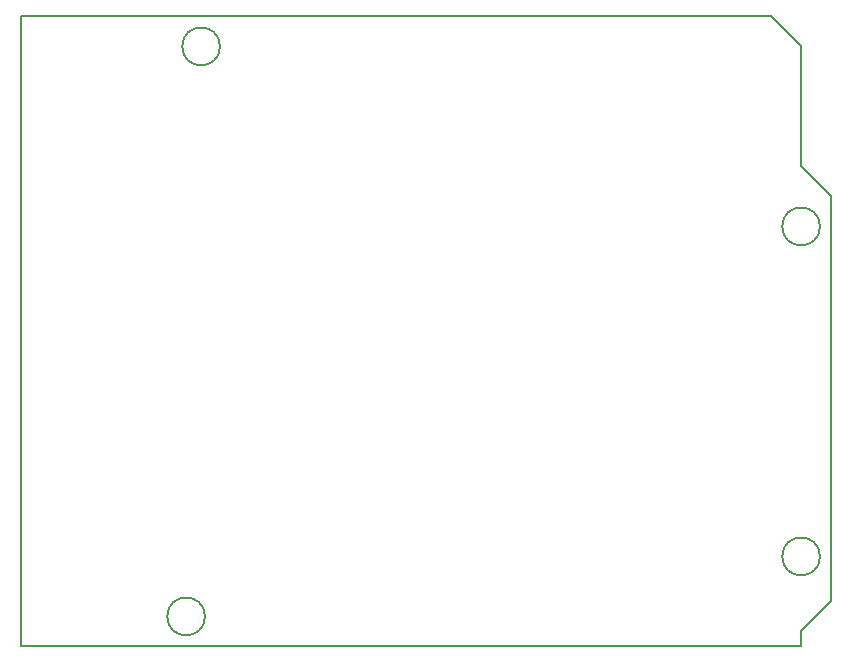
<source format=gm1>
G04*
G04 #@! TF.GenerationSoftware,Altium Limited,Altium Designer,22.5.1 (42)*
G04*
G04 Layer_Color=16711935*
%FSLAX42Y42*%
%MOMM*%
G71*
G04*
G04 #@! TF.SameCoordinates,8F982C1A-2937-4736-9447-CD7387795ED9*
G04*
G04*
G04 #@! TF.FilePolarity,Positive*
G04*
G01*
G75*
%ADD15C,0.13*%
D15*
X1684Y5080D02*
G03*
X1684Y5080I-160J0D01*
G01*
X6764Y762D02*
G03*
X6764Y762I-160J0D01*
G01*
X1557Y254D02*
G03*
X1557Y254I-160J0D01*
G01*
X6764Y3556D02*
G03*
X6764Y3556I-160J0D01*
G01*
X6604Y0D02*
Y127D01*
X6858Y381D01*
Y3810D01*
X6604Y4064D02*
X6858Y3810D01*
X6604Y4064D02*
Y5080D01*
X6350Y5334D02*
X6604Y5080D01*
X0Y0D02*
Y5334D01*
Y0D02*
X6604D01*
X0Y5334D02*
X6350D01*
M02*

</source>
